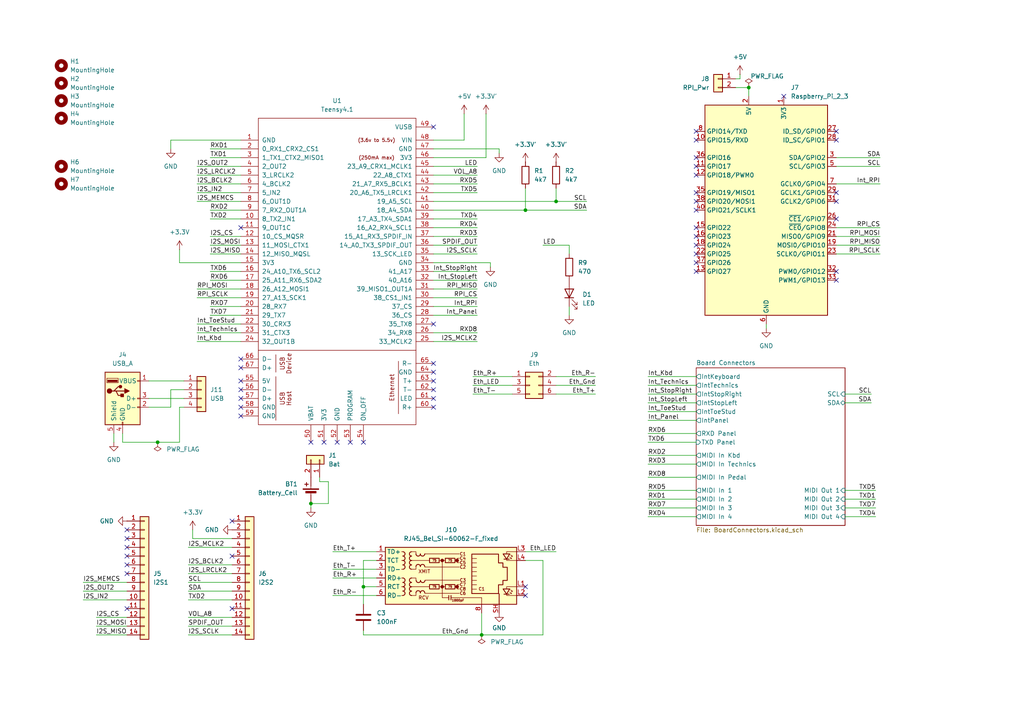
<source format=kicad_sch>
(kicad_sch (version 20231120) (generator "eeschema") (generator_version "8.0")
  (paper "A4")
  (lib_symbols
    (symbol "Connector:Raspberry_Pi_2_3"
      (property "Reference" "J" (at -17.78 31.75 0))
      (property "Value" "Raspberry_Pi_2_3" (at 10.16 -31.75 0))
      (symbol "Raspberry_Pi_2_3_1_1"
        (pin power_in line (at 5.08 33.02 270) (length 2.54) (name "3V3") (number "1"))
        (pin bidirectional line (at -20.32 20.32 0) (length 2.54) (name "GPIO15/RXD") (number "10"))
        (pin bidirectional line (at -20.32 12.7 0) (length 2.54) (name "GPIO17") (number "11"))
        (pin bidirectional line (at -20.32 10.16 0) (length 2.54) (name "GPIO18/PWM0") (number "12"))
        (pin bidirectional line (at -20.32 -17.78 0) (length 2.54) (name "GPIO27") (number "13"))
        (pin passive line (at 0 -33.02 90) (length 2.54) hide (name "GND") (number "14"))
        (pin bidirectional line (at -20.32 -5.08 0) (length 2.54) (name "GPIO22") (number "15"))
        (pin bidirectional line (at -20.32 -7.62 0) (length 2.54) (name "GPIO23") (number "16"))
        (pin passive line (at 5.08 33.02 270) (length 2.54) hide (name "3V3") (number "17"))
        (pin bidirectional line (at -20.32 -10.16 0) (length 2.54) (name "GPIO24") (number "18"))
        (pin bidirectional line (at 20.32 -10.16 180) (length 2.54) (name "MOSI0/GPIO10") (number "19"))
        (pin power_in line (at -5.08 33.02 270) (length 2.54) (name "5V") (number "2"))
        (pin passive line (at 0 -33.02 90) (length 2.54) hide (name "GND") (number "20"))
        (pin bidirectional line (at 20.32 -7.62 180) (length 2.54) (name "MISO0/GPIO9") (number "21"))
        (pin bidirectional line (at -20.32 -12.7 0) (length 2.54) (name "GPIO25") (number "22"))
        (pin bidirectional line (at 20.32 -12.7 180) (length 2.54) (name "SCLK0/GPIO11") (number "23"))
        (pin bidirectional line (at 20.32 -5.08 180) (length 2.54) (name "~{CE0}/GPIO8") (number "24"))
        (pin passive line (at 0 -33.02 90) (length 2.54) hide (name "GND") (number "25"))
        (pin bidirectional line (at 20.32 -2.54 180) (length 2.54) (name "~{CE1}/GPIO7") (number "26"))
        (pin bidirectional line (at 20.32 22.86 180) (length 2.54) (name "ID_SD/GPIO0") (number "27"))
        (pin bidirectional line (at 20.32 20.32 180) (length 2.54) (name "ID_SC/GPIO1") (number "28"))
        (pin bidirectional line (at 20.32 5.08 180) (length 2.54) (name "GCLK1/GPIO5") (number "29"))
        (pin bidirectional line (at 20.32 15.24 180) (length 2.54) (name "SDA/GPIO2") (number "3"))
        (pin passive line (at 0 -33.02 90) (length 2.54) hide (name "GND") (number "30"))
        (pin bidirectional line (at 20.32 2.54 180) (length 2.54) (name "GCLK2/GPIO6") (number "31"))
        (pin bidirectional line (at 20.32 -17.78 180) (length 2.54) (name "PWM0/GPIO12") (number "32"))
        (pin bidirectional line (at 20.32 -20.32 180) (length 2.54) (name "PWM1/GPIO13") (number "33"))
        (pin passive line (at 0 -33.02 90) (length 2.54) hide (name "GND") (number "34"))
        (pin bidirectional line (at -20.32 5.08 0) (length 2.54) (name "GPIO19/MISO1") (number "35"))
        (pin bidirectional line (at -20.32 15.24 0) (length 2.54) (name "GPIO16") (number "36"))
        (pin bidirectional line (at -20.32 -15.24 0) (length 2.54) (name "GPIO26") (number "37"))
        (pin bidirectional line (at -20.32 2.54 0) (length 2.54) (name "GPIO20/MOSI1") (number "38"))
        (pin passive line (at 0 -33.02 90) (length 2.54) hide (name "GND") (number "39"))
        (pin passive line (at -5.08 33.02 270) (length 2.54) hide (name "5V") (number "4"))
        (pin bidirectional line (at -20.32 0 0) (length 2.54) (name "GPIO21/SCLK1") (number "40"))
        (pin bidirectional line (at 20.32 12.7 180) (length 2.54) (name "SCL/GPIO3") (number "5"))
        (pin power_in line (at 0 -33.02 90) (length 2.54) (name "GND") (number "6"))
        (pin bidirectional line (at 20.32 7.62 180) (length 2.54) (name "GCLK0/GPIO4") (number "7"))
        (pin bidirectional line (at -20.32 22.86 0) (length 2.54) (name "GPIO14/TXD") (number "8"))
        (pin passive line (at 0 -33.02 90) (length 2.54) hide (name "GND") (number "9"))
      )
    )
    (symbol "Connector:USB_A" (pin_names (offset 1.016))
      (property "Reference" "J" (at -5.08 11.43 0))
      (property "Value" "USB_A" (at -5.08 8.89 0))
      (symbol "USB_A_1_1"
        (pin power_in line (at 7.62 5.08 180) (length 2.54) (name "VBUS") (number "1"))
        (pin bidirectional line (at 7.62 -2.54 180) (length 2.54) (name "D-") (number "2"))
        (pin bidirectional line (at 7.62 0 180) (length 2.54) (name "D+") (number "3"))
        (pin power_in line (at 0 -10.16 90) (length 2.54) (name "GND") (number "4"))
        (pin passive line (at -2.54 -10.16 90) (length 2.54) (name "Shield") (number "5"))
      )
    )
    (symbol "Connector_Generic:Conn_01x02" (pin_names (offset 1.016) hide)
      (property "Reference" "J" (at 0 2.54 0))
      (property "Value" "Conn_01x02" (at 0 -5.08 0))
      (symbol "Conn_01x02_1_1"
        (pin passive line (at -5.08 0 0) (length 3.81) (name "Pin_1") (number "1"))
        (pin passive line (at -5.08 -2.54 0) (length 3.81) (name "Pin_2") (number "2"))
      )
    )
    (symbol "Connector_Generic:Conn_01x04" (pin_names (offset 1.016) hide)
      (property "Reference" "J" (at 0 5.08 0))
      (property "Value" "Conn_01x04" (at 0 -7.62 0))
      (symbol "Conn_01x04_1_1"
        (pin passive line (at -5.08 2.54 0) (length 3.81) (name "Pin_1") (number "1"))
        (pin passive line (at -5.08 0 0) (length 3.81) (name "Pin_2") (number "2"))
        (pin passive line (at -5.08 -2.54 0) (length 3.81) (name "Pin_3") (number "3"))
        (pin passive line (at -5.08 -5.08 0) (length 3.81) (name "Pin_4") (number "4"))
      )
    )
    (symbol "Connector_Generic:Conn_01x14" (pin_names (offset 1.016) hide)
      (property "Reference" "J" (at 0 17.78 0))
      (property "Value" "Conn_01x14" (at 0 -20.32 0))
      (symbol "Conn_01x14_1_1"
        (pin passive line (at -5.08 15.24 0) (length 3.81) (name "Pin_1") (number "1"))
        (pin passive line (at -5.08 -7.62 0) (length 3.81) (name "Pin_10") (number "10"))
        (pin passive line (at -5.08 -10.16 0) (length 3.81) (name "Pin_11") (number "11"))
        (pin passive line (at -5.08 -12.7 0) (length 3.81) (name "Pin_12") (number "12"))
        (pin passive line (at -5.08 -15.24 0) (length 3.81) (name "Pin_13") (number "13"))
        (pin passive line (at -5.08 -17.78 0) (length 3.81) (name "Pin_14") (number "14"))
        (pin passive line (at -5.08 12.7 0) (length 3.81) (name "Pin_2") (number "2"))
        (pin passive line (at -5.08 10.16 0) (length 3.81) (name "Pin_3") (number "3"))
        (pin passive line (at -5.08 7.62 0) (length 3.81) (name "Pin_4") (number "4"))
        (pin passive line (at -5.08 5.08 0) (length 3.81) (name "Pin_5") (number "5"))
        (pin passive line (at -5.08 2.54 0) (length 3.81) (name "Pin_6") (number "6"))
        (pin passive line (at -5.08 0 0) (length 3.81) (name "Pin_7") (number "7"))
        (pin passive line (at -5.08 -2.54 0) (length 3.81) (name "Pin_8") (number "8"))
        (pin passive line (at -5.08 -5.08 0) (length 3.81) (name "Pin_9") (number "9"))
      )
    )
    (symbol "Connector_Generic:Conn_02x03_Odd_Even" (pin_names (offset 1.016) hide)
      (property "Reference" "J" (at 1.27 5.08 0))
      (property "Value" "Conn_02x03_Odd_Even" (at 1.27 -5.08 0))
      (symbol "Conn_02x03_Odd_Even_1_1"
        (pin passive line (at -5.08 2.54 0) (length 3.81) (name "Pin_1") (number "1"))
        (pin passive line (at 7.62 2.54 180) (length 3.81) (name "Pin_2") (number "2"))
        (pin passive line (at -5.08 0 0) (length 3.81) (name "Pin_3") (number "3"))
        (pin passive line (at 7.62 0 180) (length 3.81) (name "Pin_4") (number "4"))
        (pin passive line (at -5.08 -2.54 0) (length 3.81) (name "Pin_5") (number "5"))
        (pin passive line (at 7.62 -2.54 180) (length 3.81) (name "Pin_6") (number "6"))
      )
    )
    (symbol "Custom_Symbols:RJ45_Bel_SI-60062-F_fixed"
      (property "Reference" "J" (at 19.05 10.16 0))
      (property "Value" "RJ45_Bel_SI-60062-F_fixed" (at -19.05 10.16 0))
      (symbol "RJ45_Bel_SI-60062-F_fixed_0_0"
        (text "C1" (at 4.699 6.985 0) (effects (font (size 0.889 0.889))))
        (text "C1" (at 10.16 -3.175 0) (effects (font (size 0.889 0.889))))
        (text "C2" (at 4.699 3.175 0) (effects (font (size 0.889 0.889))))
        (text "C3" (at 4.699 -0.635 0) (effects (font (size 0.889 0.889))))
        (text "C4" (at 4.699 5.715 0) (effects (font (size 0.889 0.889))))
        (text "C5" (at 4.699 4.445 0) (effects (font (size 0.889 0.889))))
        (text "C6" (at 4.699 -4.445 0) (effects (font (size 0.889 0.889))))
        (text "C7" (at 4.699 -1.905 0) (effects (font (size 0.889 0.889))))
        (text "C8" (at 4.699 -3.175 0) (effects (font (size 0.889 0.889))))
        (text "RCV" (at -8.255 -5.715 0) (effects (font (size 1.016 1.016)) (justify left)))
        (text "XMIT" (at -8.255 1.905 0) (effects (font (size 1.016 1.016)) (justify left)))
      )
      (symbol "RJ45_Bel_SI-60062-F_fixed_1_0"
        (text "1000pF" (at 3.302 -6.477 0) (effects (font (size 0.635 0.635))))
      )
      (symbol "RJ45_Bel_SI-60062-F_fixed_1_1"
        (text "75" (at -3.556 -2.54 0) (effects (font (size 0.635 0.635))))
        (text "75" (at -3.556 5.08 0) (effects (font (size 0.635 0.635))))
        (text "75" (at 1.016 -2.54 0) (effects (font (size 0.635 0.635))))
        (text "75" (at 1.016 5.08 0) (effects (font (size 0.635 0.635))))
        (pin passive line (at -20.32 7.62 0) (length 2.54) (name "TD+") (number "1"))
        (pin passive line (at -20.32 5.08 0) (length 2.54) (name "TCT") (number "2"))
        (pin passive line (at -20.32 2.54 0) (length 2.54) (name "TD-") (number "3"))
        (pin passive line (at -20.32 0 0) (length 2.54) (name "RD+") (number "4"))
        (pin passive line (at -20.32 -2.54 0) (length 2.54) (name "RCT") (number "5"))
        (pin passive line (at -20.32 -5.08 0) (length 2.54) (name "RD-") (number "6"))
        (pin no_connect line (at 20.32 0 0) (length 0) hide (name "NC") (number "7"))
        (pin power_in line (at 10.16 -10.16 90) (length 2.54) (name "") (number "8"))
        (pin passive line (at 22.86 -2.54 180) (length 2.54) (name "") (number "L1"))
        (pin passive line (at 22.86 -5.08 180) (length 2.54) (name "") (number "L2"))
        (pin passive line (at 22.86 7.62 180) (length 2.54) (name "") (number "L3"))
        (pin passive line (at 22.86 5.08 180) (length 2.54) (name "") (number "L4"))
        (pin passive line (at 15.24 -10.16 90) (length 2.54) (name "") (number "SH"))
      )
    )
    (symbol "Device:Battery_Cell" (pin_numbers hide) (pin_names (offset 0) hide)
      (property "Reference" "BT" (at 2.54 2.54 0))
      (property "Value" "Battery_Cell" (at 2.54 0 0))
      (symbol "Battery_Cell_1_1"
        (pin passive line (at 0 5.08 270) (length 2.54) (name "+") (number "1"))
        (pin passive line (at 0 -2.54 90) (length 2.54) (name "-") (number "2"))
      )
    )
    (symbol "Device:C" (pin_numbers hide) (pin_names (offset 0.254))
      (property "Reference" "C" (at 0.635 2.54 0))
      (property "Value" "C" (at 0.635 -2.54 0))
      (symbol "C_1_1"
        (pin passive line (at 0 3.81 270) (length 2.794) (name "~") (number "1"))
        (pin passive line (at 0 -3.81 90) (length 2.794) (name "~") (number "2"))
      )
    )
    (symbol "Device:LED" (pin_numbers hide) (pin_names (offset 1.016) hide)
      (property "Reference" "D" (at 0 2.54 0))
      (property "Value" "LED" (at 0 -2.54 0))
      (symbol "LED_1_1"
        (pin passive line (at -3.81 0 0) (length 2.54) (name "K") (number "1"))
        (pin passive line (at 3.81 0 180) (length 2.54) (name "A") (number "2"))
      )
    )
    (symbol "Device:R" (pin_numbers hide) (pin_names (offset 0))
      (property "Reference" "R" (at 2.032 0 90))
      (property "Value" "R" (at 0 0 90))
      (symbol "R_1_1"
        (pin passive line (at 0 3.81 270) (length 1.27) (name "~") (number "1"))
        (pin passive line (at 0 -3.81 90) (length 1.27) (name "~") (number "2"))
      )
    )
    (symbol "Mechanical:MountingHole" (pin_names (offset 1.016))
      (property "Reference" "H" (at 0 5.08 0))
      (property "Value" "MountingHole" (at 0 3.175 0))
    )
    (symbol "MountingHole_1" (pin_names (offset 1.016)) (exclude_from_sim yes) (in_bom no)
      (property "Reference" "H" (at 0 5.08 0))
      (property "Value" "MountingHole" (at 0 3.175 0))
    )
    (symbol "power:+3.3V" (power) (pin_numbers hide) (pin_names (offset 0) hide)
      (property "Value" "+3.3V" (at 0 3.556 0))
      (symbol "+3.3V_1_1"
        (pin power_in line (at 0 0 90) (length 0) (name "~") (number "1"))
      )
    )
    (symbol "power:+5V" (power) (pin_numbers hide) (pin_names (offset 0) hide)
      (property "Value" "+5V" (at 0 3.556 0))
      (symbol "+5V_1_1"
        (pin power_in line (at 0 0 90) (length 0) (name "~") (number "1"))
      )
    )
    (symbol "power:GND" (power) (pin_numbers hide) (pin_names (offset 0) hide)
      (property "Value" "GND" (at 0 -3.81 0))
      (symbol "GND_1_1"
        (pin power_in line (at 0 0 270) (length 0) (name "~") (number "1"))
      )
    )
    (symbol "power:PWR_FLAG" (power) (pin_numbers hide) (pin_names (offset 0) hide)
      (property "Value" "PWR_FLAG" (at 0 3.81 0))
      (symbol "PWR_FLAG_0_0"
        (pin power_out line (at 0 0 90) (length 0) (name "~") (number "1"))
      )
    )
    (symbol "teensy:Teensy4.1" (pin_names (offset 1.016))
      (property "Reference" "U" (at 0 64.77 0))
      (property "Value" "Teensy4.1" (at 0 62.23 0))
      (symbol "Teensy4.1_0_0"
        (text "(250mA max)" (at 11.43 49.53 0) (effects (font (size 1.016 1.016))))
        (text "(3.6v to 5.5v)" (at 11.43 54.61 0) (effects (font (size 1.016 1.016))))
        (text "Device" (at -13.97 -10.16 900) (effects (font (size 1.27 1.27))))
        (text "Ethernet" (at 15.875 -17.145 900) (effects (font (size 1.27 1.27))))
        (text "Host" (at -13.97 -20.32 900) (effects (font (size 1.27 1.27))))
        (text "USB" (at -15.875 -20.32 900) (effects (font (size 1.27 1.27))))
        (text "USB" (at -15.875 -10.16 900) (effects (font (size 1.27 1.27))))
        (pin bidirectional line (at -27.94 31.75 0) (length 5.08) (name "8_TX2_IN1") (number "10"))
        (pin bidirectional line (at -27.94 29.21 0) (length 5.08) (name "9_OUT1C") (number "11"))
        (pin bidirectional line (at -27.94 26.67 0) (length 5.08) (name "10_CS_MQSR") (number "12"))
        (pin bidirectional line (at -27.94 24.13 0) (length 5.08) (name "11_MOSI_CTX1") (number "13"))
        (pin bidirectional line (at -27.94 21.59 0) (length 5.08) (name "12_MISO_MQSL") (number "14"))
        (pin power_out line (at -27.94 19.05 0) (length 5.08) (name "3V3") (number "15"))
        (pin bidirectional line (at -27.94 16.51 0) (length 5.08) (name "24_A10_TX6_SCL2") (number "16"))
        (pin bidirectional line (at -27.94 13.97 0) (length 5.08) (name "25_A11_RX6_SDA2") (number "17"))
        (pin bidirectional line (at -27.94 11.43 0) (length 5.08) (name "26_A12_MOSI1") (number "18"))
        (pin bidirectional line (at -27.94 8.89 0) (length 5.08) (name "27_A13_SCK1") (number "19"))
        (pin bidirectional line (at -27.94 6.35 0) (length 5.08) (name "28_RX7") (number "20"))
        (pin bidirectional line (at -27.94 3.81 0) (length 5.08) (name "29_TX7") (number "21"))
        (pin bidirectional line (at -27.94 1.27 0) (length 5.08) (name "30_CRX3") (number "22"))
        (pin bidirectional line (at -27.94 -1.27 0) (length 5.08) (name "31_CTX3") (number "23"))
        (pin bidirectional line (at -27.94 -3.81 0) (length 5.08) (name "32_OUT1B") (number "24"))
        (pin bidirectional line (at 27.94 -3.81 180) (length 5.08) (name "33_MCLK2") (number "25"))
        (pin bidirectional line (at 27.94 -1.27 180) (length 5.08) (name "34_RX8") (number "26"))
        (pin bidirectional line (at 27.94 1.27 180) (length 5.08) (name "35_TX8") (number "27"))
        (pin bidirectional line (at 27.94 3.81 180) (length 5.08) (name "36_CS") (number "28"))
        (pin bidirectional line (at 27.94 6.35 180) (length 5.08) (name "37_CS") (number "29"))
        (pin bidirectional line (at 27.94 8.89 180) (length 5.08) (name "38_CS1_IN1") (number "30"))
        (pin bidirectional line (at 27.94 11.43 180) (length 5.08) (name "39_MISO1_OUT1A") (number "31"))
        (pin bidirectional line (at 27.94 13.97 180) (length 5.08) (name "40_A16") (number "32"))
        (pin bidirectional line (at 27.94 16.51 180) (length 5.08) (name "41_A17") (number "33"))
        (pin bidirectional line (at 27.94 21.59 180) (length 5.08) (name "13_SCK_LED") (number "35"))
        (pin bidirectional line (at 27.94 24.13 180) (length 5.08) (name "14_A0_TX3_SPDIF_OUT") (number "36"))
        (pin bidirectional line (at 27.94 26.67 180) (length 5.08) (name "15_A1_RX3_SPDIF_IN") (number "37"))
        (pin bidirectional line (at 27.94 29.21 180) (length 5.08) (name "16_A2_RX4_SCL1") (number "38"))
        (pin bidirectional line (at 27.94 31.75 180) (length 5.08) (name "17_A3_TX4_SDA1") (number "39"))
        (pin bidirectional line (at 27.94 34.29 180) (length 5.08) (name "18_A4_SDA") (number "40"))
        (pin bidirectional line (at 27.94 36.83 180) (length 5.08) (name "19_A5_SCL") (number "41"))
        (pin bidirectional line (at 27.94 39.37 180) (length 5.08) (name "20_A6_TX5_LRCLK1") (number "42"))
        (pin bidirectional line (at 27.94 41.91 180) (length 5.08) (name "21_A7_RX5_BCLK1") (number "43"))
        (pin bidirectional line (at 27.94 44.45 180) (length 5.08) (name "22_A8_CTX1") (number "44"))
        (pin bidirectional line (at 27.94 46.99 180) (length 5.08) (name "23_A9_CRX1_MCLK1") (number "45"))
        (pin power_out line (at 27.94 49.53 180) (length 5.08) (name "3V3") (number "46"))
        (pin power_in line (at 27.94 52.07 180) (length 5.08) (name "GND") (number "47"))
        (pin power_in line (at 27.94 54.61 180) (length 5.08) (name "VIN") (number "48"))
        (pin power_out line (at 27.94 58.42 180) (length 5.08) (name "VUSB") (number "49"))
        (pin bidirectional line (at -27.94 44.45 0) (length 5.08) (name "3_LRCLK2") (number "5"))
        (pin power_in line (at -7.62 -33.02 90) (length 5.08) (name "VBAT") (number "50"))
        (pin power_out line (at -3.81 -33.02 90) (length 5.08) (name "3V3") (number "51"))
        (pin input line (at 0 -33.02 90) (length 5.08) (name "GND") (number "52"))
        (pin input line (at 3.81 -33.02 90) (length 5.08) (name "PROGRAM") (number "53"))
        (pin input line (at 7.62 -33.02 90) (length 5.08) (name "ON_OFF") (number "54"))
        (pin power_out line (at -27.94 -15.24 0) (length 5.08) (name "5V") (number "55"))
        (pin bidirectional line (at -27.94 -17.78 0) (length 5.08) (name "D-") (number "56"))
        (pin bidirectional line (at -27.94 -20.32 0) (length 5.08) (name "D+") (number "57"))
        (pin power_in line (at -27.94 -22.86 0) (length 5.08) (name "GND") (number "58"))
        (pin power_in line (at -27.94 -25.4 0) (length 5.08) (name "GND") (number "59"))
        (pin bidirectional line (at -27.94 41.91 0) (length 5.08) (name "4_BCLK2") (number "6"))
        (pin bidirectional line (at 27.94 -22.86 180) (length 5.08) (name "R+") (number "60"))
        (pin bidirectional line (at 27.94 -20.32 180) (length 5.08) (name "LED") (number "61"))
        (pin bidirectional line (at 27.94 -17.78 180) (length 5.08) (name "T-") (number "62"))
        (pin bidirectional line (at 27.94 -15.24 180) (length 5.08) (name "T+") (number "63"))
        (pin power_in line (at 27.94 -12.7 180) (length 5.08) (name "GND") (number "64"))
        (pin bidirectional line (at 27.94 -10.16 180) (length 5.08) (name "R-") (number "65"))
        (pin bidirectional line (at -27.94 -8.89 0) (length 5.08) (name "D-") (number "66"))
        (pin bidirectional line (at -27.94 -11.43 0) (length 5.08) (name "D+") (number "67"))
        (pin bidirectional line (at -27.94 39.37 0) (length 5.08) (name "5_IN2") (number "7"))
        (pin bidirectional line (at -27.94 36.83 0) (length 5.08) (name "6_OUT1D") (number "8"))
        (pin bidirectional line (at -27.94 34.29 0) (length 5.08) (name "7_RX2_OUT1A") (number "9"))
      )
      (symbol "Teensy4.1_1_1"
        (pin power_in line (at -27.94 54.61 0) (length 5.08) (name "GND") (number "1"))
        (pin bidirectional line (at -27.94 52.07 0) (length 5.08) (name "0_RX1_CRX2_CS1") (number "2"))
        (pin bidirectional line (at -27.94 49.53 0) (length 5.08) (name "1_TX1_CTX2_MISO1") (number "3"))
        (pin power_in line (at 27.94 19.05 180) (length 5.08) (name "GND") (number "34"))
        (pin bidirectional line (at -27.94 46.99 0) (length 5.08) (name "2_OUT2") (number "4"))
      )
    )
  )
  (junction (at 90.17 146.05))
  (junction (at 45.72 128.27))
  (junction (at 139.7 184.15))
  (junction (at 105.41 170.18))
  (junction (at 161.29 58.42))
  (junction (at 217.17 25.4))
  (junction (at 152.4 60.96))
  (no_connect (at 69.85 118.11))
  (no_connect (at 125.73 115.57))
  (no_connect (at 242.57 81.28))
  (no_connect (at 201.93 50.8))
  (no_connect (at 125.73 105.41))
  (no_connect (at 201.93 40.64))
  (no_connect (at 201.93 60.96))
  (no_connect (at 36.83 161.29))
  (no_connect (at 201.93 55.88))
  (no_connect (at 242.57 58.42))
  (no_connect (at 201.93 66.04))
  (no_connect (at 101.6 128.27))
  (no_connect (at 201.93 71.12))
  (no_connect (at 90.17 128.27))
  (no_connect (at 242.57 38.1))
  (no_connect (at 36.83 153.67))
  (no_connect (at 201.93 58.42))
  (no_connect (at 69.85 106.68))
  (no_connect (at 201.93 45.72))
  (no_connect (at 36.83 156.21))
  (no_connect (at 152.4 170.18))
  (no_connect (at 125.73 93.98))
  (no_connect (at 69.85 115.57))
  (no_connect (at 125.73 118.11))
  (no_connect (at 69.85 120.65))
  (no_connect (at 152.4 172.72))
  (no_connect (at 242.57 55.88))
  (no_connect (at 125.73 110.49))
  (no_connect (at 201.93 78.74))
  (no_connect (at 242.57 78.74))
  (no_connect (at 201.93 73.66))
  (no_connect (at 125.73 36.83))
  (no_connect (at 69.85 113.03))
  (no_connect (at 36.83 158.75))
  (no_connect (at 242.57 63.5))
  (no_connect (at 105.41 128.27))
  (no_connect (at 201.93 38.1))
  (no_connect (at 36.83 163.83))
  (no_connect (at 201.93 48.26))
  (no_connect (at 201.93 76.2))
  (no_connect (at 36.83 176.53))
  (no_connect (at 93.98 128.27))
  (no_connect (at 67.31 151.13))
  (no_connect (at 125.73 107.95))
  (no_connect (at 97.79 128.27))
  (no_connect (at 67.31 161.29))
  (no_connect (at 69.85 110.49))
  (no_connect (at 69.85 104.14))
  (no_connect (at 67.31 176.53))
  (no_connect (at 36.83 166.37))
  (no_connect (at 125.73 113.03))
  (no_connect (at 69.85 66.04))
  (no_connect (at 201.93 68.58))
  (no_connect (at 242.57 40.64))
  (no_connect (at 227.33 27.94))
  (wire (pts (xy 134.62 40.64) (xy 125.73 40.64)))
  (wire (pts (xy 105.41 175.26) (xy 105.41 170.18)))
  (wire (pts (xy 161.29 111.76) (xy 172.72 111.76)))
  (wire (pts (xy 245.11 149.86) (xy 254 149.86)))
  (wire (pts (xy 157.48 184.15) (xy 139.7 184.15)))
  (wire (pts (xy 33.02 125.73) (xy 33.02 128.27)))
  (wire (pts (xy 187.96 138.43) (xy 201.93 138.43)))
  (wire (pts (xy 187.96 147.32) (xy 201.93 147.32)))
  (wire (pts (xy 60.96 68.58) (xy 69.85 68.58)))
  (wire (pts (xy 157.48 71.12) (xy 165.1 71.12)))
  (wire (pts (xy 187.96 111.76) (xy 201.93 111.76)))
  (wire (pts (xy 137.16 111.76) (xy 148.59 111.76)))
  (wire (pts (xy 245.11 144.78) (xy 254 144.78)))
  (wire (pts (xy 125.73 66.04) (xy 138.43 66.04)))
  (wire (pts (xy 92.71 138.43) (xy 92.71 139.7)))
  (wire (pts (xy 242.57 53.34) (xy 255.27 53.34)))
  (wire (pts (xy 95.25 146.05) (xy 90.17 146.05)))
  (wire (pts (xy 187.96 114.3) (xy 201.93 114.3)))
  (wire (pts (xy 69.85 86.36) (xy 57.15 86.36)))
  (wire (pts (xy 67.31 173.99) (xy 54.61 173.99)))
  (wire (pts (xy 54.61 168.91) (xy 67.31 168.91)))
  (wire (pts (xy 60.96 78.74) (xy 69.85 78.74)))
  (wire (pts (xy 57.15 58.42) (xy 69.85 58.42)))
  (wire (pts (xy 24.13 173.99) (xy 36.83 173.99)))
  (wire (pts (xy 187.96 109.22) (xy 201.93 109.22)))
  (wire (pts (xy 187.96 142.24) (xy 201.93 142.24)))
  (wire (pts (xy 125.73 96.52) (xy 138.43 96.52)))
  (wire (pts (xy 242.57 71.12) (xy 255.27 71.12)))
  (wire (pts (xy 49.53 43.18) (xy 49.53 40.64)))
  (wire (pts (xy 60.96 43.18) (xy 69.85 43.18)))
  (wire (pts (xy 255.27 45.72) (xy 242.57 45.72)))
  (wire (pts (xy 125.73 60.96) (xy 152.4 60.96)))
  (wire (pts (xy 57.15 55.88) (xy 69.85 55.88)))
  (wire (pts (xy 54.61 171.45) (xy 67.31 171.45)))
  (wire (pts (xy 96.52 165.1) (xy 109.22 165.1)))
  (wire (pts (xy 187.96 125.73) (xy 201.93 125.73)))
  (wire (pts (xy 109.22 162.56) (xy 105.41 162.56)))
  (wire (pts (xy 125.73 50.8) (xy 138.43 50.8)))
  (wire (pts (xy 125.73 71.12) (xy 138.43 71.12)))
  (wire (pts (xy 60.96 91.44) (xy 69.85 91.44)))
  (wire (pts (xy 187.96 134.62) (xy 201.93 134.62)))
  (wire (pts (xy 152.4 54.61) (xy 152.4 60.96)))
  (wire (pts (xy 105.41 184.15) (xy 139.7 184.15)))
  (wire (pts (xy 54.61 163.83) (xy 67.31 163.83)))
  (wire (pts (xy 138.43 83.82) (xy 125.73 83.82)))
  (wire (pts (xy 55.88 153.67) (xy 55.88 156.21)))
  (wire (pts (xy 57.15 53.34) (xy 69.85 53.34)))
  (wire (pts (xy 142.24 77.47) (xy 142.24 76.2)))
  (wire (pts (xy 187.96 119.38) (xy 201.93 119.38)))
  (wire (pts (xy 57.15 48.26) (xy 69.85 48.26)))
  (wire (pts (xy 125.73 73.66) (xy 138.43 73.66)))
  (wire (pts (xy 138.43 86.36) (xy 125.73 86.36)))
  (wire (pts (xy 161.29 109.22) (xy 172.72 109.22)))
  (wire (pts (xy 140.97 45.72) (xy 125.73 45.72)))
  (wire (pts (xy 92.71 139.7) (xy 95.25 139.7)))
  (wire (pts (xy 245.11 116.84) (xy 252.73 116.84)))
  (wire (pts (xy 60.96 45.72) (xy 69.85 45.72)))
  (wire (pts (xy 60.96 60.96) (xy 69.85 60.96)))
  (wire (pts (xy 187.96 121.92) (xy 201.93 121.92)))
  (wire (pts (xy 27.94 181.61) (xy 36.83 181.61)))
  (wire (pts (xy 187.96 128.27) (xy 201.93 128.27)))
  (wire (pts (xy 95.25 139.7) (xy 95.25 146.05)))
  (wire (pts (xy 165.1 73.66) (xy 165.1 71.12)))
  (wire (pts (xy 140.97 33.02) (xy 140.97 45.72)))
  (wire (pts (xy 170.18 58.42) (xy 161.29 58.42)))
  (wire (pts (xy 187.96 144.78) (xy 201.93 144.78)))
  (wire (pts (xy 57.15 83.82) (xy 69.85 83.82)))
  (wire (pts (xy 214.63 21.59) (xy 214.63 22.86)))
  (wire (pts (xy 43.18 110.49) (xy 53.34 110.49)))
  (wire (pts (xy 49.53 113.03) (xy 53.34 113.03)))
  (wire (pts (xy 245.11 142.24) (xy 254 142.24)))
  (wire (pts (xy 187.96 149.86) (xy 201.93 149.86)))
  (wire (pts (xy 60.96 81.28) (xy 69.85 81.28)))
  (wire (pts (xy 125.73 68.58) (xy 138.43 68.58)))
  (wire (pts (xy 105.41 182.88) (xy 105.41 184.15)))
  (wire (pts (xy 217.17 27.94) (xy 217.17 25.4)))
  (wire (pts (xy 144.78 44.45) (xy 144.78 43.18)))
  (wire (pts (xy 67.31 184.15) (xy 54.61 184.15)))
  (wire (pts (xy 165.1 88.9) (xy 165.1 91.44)))
  (wire (pts (xy 125.73 53.34) (xy 138.43 53.34)))
  (wire (pts (xy 213.36 25.4) (xy 217.17 25.4)))
  (wire (pts (xy 67.31 179.07) (xy 54.61 179.07)))
  (wire (pts (xy 125.73 81.28) (xy 138.43 81.28)))
  (wire (pts (xy 125.73 78.74) (xy 138.43 78.74)))
  (wire (pts (xy 35.56 128.27) (xy 35.56 125.73)))
  (wire (pts (xy 54.61 158.75) (xy 67.31 158.75)))
  (wire (pts (xy 69.85 93.98) (xy 57.15 93.98)))
  (wire (pts (xy 60.96 88.9) (xy 69.85 88.9)))
  (wire (pts (xy 125.73 91.44) (xy 138.43 91.44)))
  (wire (pts (xy 60.96 71.12) (xy 69.85 71.12)))
  (wire (pts (xy 90.17 147.32) (xy 90.17 146.05)))
  (wire (pts (xy 52.07 72.39) (xy 52.07 76.2)))
  (wire (pts (xy 54.61 181.61) (xy 67.31 181.61)))
  (wire (pts (xy 53.34 118.11) (xy 52.07 118.11)))
  (wire (pts (xy 45.72 128.27) (xy 52.07 128.27)))
  (wire (pts (xy 96.52 167.64) (xy 109.22 167.64)))
  (wire (pts (xy 152.4 160.02) (xy 161.29 160.02)))
  (wire (pts (xy 52.07 76.2) (xy 69.85 76.2)))
  (wire (pts (xy 43.18 115.57) (xy 53.34 115.57)))
  (wire (pts (xy 69.85 96.52) (xy 57.15 96.52)))
  (wire (pts (xy 27.94 179.07) (xy 36.83 179.07)))
  (wire (pts (xy 125.73 99.06) (xy 138.43 99.06)))
  (wire (pts (xy 55.88 156.21) (xy 67.31 156.21)))
  (wire (pts (xy 105.41 170.18) (xy 109.22 170.18)))
  (wire (pts (xy 52.07 118.11) (xy 52.07 128.27)))
  (wire (pts (xy 152.4 60.96) (xy 170.18 60.96)))
  (wire (pts (xy 24.13 168.91) (xy 36.83 168.91)))
  (wire (pts (xy 60.96 73.66) (xy 69.85 73.66)))
  (wire (pts (xy 161.29 114.3) (xy 172.72 114.3)))
  (wire (pts (xy 242.57 73.66) (xy 255.27 73.66)))
  (wire (pts (xy 49.53 118.11) (xy 49.53 113.03)))
  (wire (pts (xy 242.57 66.04) (xy 255.27 66.04)))
  (wire (pts (xy 125.73 48.26) (xy 138.43 48.26)))
  (wire (pts (xy 125.73 58.42) (xy 161.29 58.42)))
  (wire (pts (xy 222.25 95.25) (xy 222.25 93.98)))
  (wire (pts (xy 43.18 118.11) (xy 49.53 118.11)))
  (wire (pts (xy 137.16 109.22) (xy 148.59 109.22)))
  (wire (pts (xy 187.96 132.08) (xy 201.93 132.08)))
  (wire (pts (xy 187.96 116.84) (xy 201.93 116.84)))
  (wire (pts (xy 105.41 162.56) (xy 105.41 170.18)))
  (wire (pts (xy 125.73 88.9) (xy 138.43 88.9)))
  (wire (pts (xy 242.57 68.58) (xy 255.27 68.58)))
  (wire (pts (xy 35.56 128.27) (xy 45.72 128.27)))
  (wire (pts (xy 96.52 172.72) (xy 109.22 172.72)))
  (wire (pts (xy 134.62 33.02) (xy 134.62 40.64)))
  (wire (pts (xy 27.94 184.15) (xy 36.83 184.15)))
  (wire (pts (xy 157.48 162.56) (xy 157.48 184.15)))
  (wire (pts (xy 245.11 147.32) (xy 254 147.32)))
  (wire (pts (xy 255.27 48.26) (xy 242.57 48.26)))
  (wire (pts (xy 152.4 162.56) (xy 157.48 162.56)))
  (wire (pts (xy 57.15 50.8) (xy 69.85 50.8)))
  (wire (pts (xy 125.73 63.5) (xy 138.43 63.5)))
  (wire (pts (xy 125.73 55.88) (xy 138.43 55.88)))
  (wire (pts (xy 24.13 171.45) (xy 36.83 171.45)))
  (wire (pts (xy 139.7 177.8) (xy 139.7 184.15)))
  (wire (pts (xy 49.53 40.64) (xy 69.85 40.64)))
  (wire (pts (xy 161.29 58.42) (xy 161.29 54.61)))
  (wire (pts (xy 142.24 76.2) (xy 125.73 76.2)))
  (wire (pts (xy 54.61 166.37) (xy 67.31 166.37)))
  (wire (pts (xy 137.16 114.3) (xy 148.59 114.3)))
  (wire (pts (xy 60.96 63.5) (xy 69.85 63.5)))
  (wire (pts (xy 57.15 99.06) (xy 69.85 99.06)))
  (wire (pts (xy 245.11 114.3) (xy 252.73 114.3)))
  (wire (pts (xy 96.52 160.02) (xy 109.22 160.02)))
  (wire (pts (xy 214.63 22.86) (xy 213.36 22.86)))
  (wire (pts (xy 125.73 43.18) (xy 144.78 43.18)))
  (label "I2S_CS" (at 60.96 68.58 0))
  (label "I2S_SCLK" (at 54.61 184.15 0))
  (label "RXD8" (at 187.96 138.43 0))
  (label "TXD4" (at 138.43 63.5 180))
  (label "VOL_A8" (at 138.43 50.8 180))
  (label "I2S_MEMCS" (at 57.15 58.42 0))
  (label "TXD7" (at 60.96 91.44 0))
  (label "I2S_IN2" (at 24.13 173.99 0))
  (label "LED" (at 138.43 48.26 180))
  (label "RPI_MOSI" (at 57.15 83.82 0))
  (label "Int_ToeStud" (at 57.15 93.98 0))
  (label "TXD5" (at 138.43 55.88 180))
  (label "Int_Panel" (at 187.96 121.92 0))
  (label "Eth_T-" (at 96.52 165.1 0))
  (label "I2S_BCLK2" (at 57.15 53.34 0))
  (label "RXD7" (at 187.96 147.32 0))
  (label "I2S_MISO" (at 60.96 73.66 0))
  (label "SCL" (at 255.27 48.26 180))
  (label "RPI_SCLK" (at 255.27 73.66 180))
  (label "RXD2" (at 187.96 132.08 0))
  (label "SPDIF_OUT" (at 138.43 71.12 180))
  (label "RXD1" (at 187.96 144.78 0))
  (label "SDA" (at 255.27 45.72 180))
  (label "I2S_MCLK2" (at 138.43 99.06 180))
  (label "RPI_MISO" (at 255.27 71.12 180))
  (label "RXD5" (at 187.96 142.24 0))
  (label "Eth_R+" (at 137.16 109.22 0))
  (label "TXD6" (at 187.96 128.27 0))
  (label "VOL_A8" (at 54.61 179.07 0))
  (label "TXD7" (at 254 147.32 180))
  (label "I2S_CS" (at 27.94 179.07 0))
  (label "Eth_T+" (at 96.52 160.02 0))
  (label "RPI_SCLK" (at 57.15 86.36 0))
  (label "I2S_OUT2" (at 57.15 48.26 0))
  (label "I2S_LRCLK2" (at 57.15 50.8 0))
  (label "I2S_SCLK" (at 138.43 73.66 180))
  (label "Int_Technics" (at 187.96 111.76 0))
  (label "Eth_Gnd" (at 172.72 111.76 180))
  (label "Eth_LED" (at 161.29 160.02 180))
  (label "RXD3" (at 138.43 68.58 180))
  (label "Int_Kbd" (at 187.96 109.22 0))
  (label "RXD4" (at 138.43 66.04 180))
  (label "RPI_MOSI" (at 255.27 68.58 180))
  (label "SDA" (at 170.18 60.96 180))
  (label "RPI_CS" (at 138.43 86.36 180))
  (label "I2S_MISO" (at 27.94 184.15 0))
  (label "TXD1" (at 60.96 45.72 0))
  (label "Int_Technics" (at 57.15 96.52 0))
  (label "RXD2" (at 60.96 60.96 0))
  (label "I2S_IN2" (at 57.15 55.88 0))
  (label "Eth_T-" (at 137.16 114.3 0))
  (label "Int_RPI" (at 138.43 88.9 180))
  (label "RXD7" (at 60.96 88.9 0))
  (label "Int_StopLeft" (at 138.43 81.28 180))
  (label "SDA" (at 252.73 116.84 180))
  (label "Eth_T+" (at 172.72 114.3 180))
  (label "TXD1" (at 254 144.78 180))
  (label "RXD4" (at 187.96 149.86 0))
  (label "RXD8" (at 138.43 96.52 180))
  (label "I2S_BCLK2" (at 54.61 163.83 0))
  (label "TXD5" (at 254 142.24 180))
  (label "RXD3" (at 187.96 134.62 0))
  (label "Eth_R-" (at 96.52 172.72 0))
  (label "TXD4" (at 254 149.86 180))
  (label "Int_StopRight" (at 187.96 114.3 0))
  (label "Eth_Gnd" (at 135.89 184.15 180))
  (label "LED" (at 157.48 71.12 0))
  (label "RXD5" (at 138.43 53.34 180))
  (label "I2S_MOSI" (at 60.96 71.12 0))
  (label "Int_StopLeft" (at 187.96 116.84 0))
  (label "RPI_MISO" (at 138.43 83.82 180))
  (label "RXD1" (at 60.96 43.18 0))
  (label "TXD2" (at 54.61 173.99 0))
  (label "Int_RPI" (at 255.27 53.34 180))
  (label "SCL" (at 54.61 168.91 0))
  (label "SPDIF_OUT" (at 54.61 181.61 0))
  (label "I2S_MOSI" (at 27.94 181.61 0))
  (label "Eth_LED" (at 137.16 111.76 0))
  (label "I2S_OUT2" (at 24.13 171.45 0))
  (label "RPI_CS" (at 255.27 66.04 180))
  (label "I2S_MEMCS" (at 24.13 168.91 0))
  (label "SCL" (at 170.18 58.42 180))
  (label "SCL" (at 252.73 114.3 180))
  (label "Int_ToeStud" (at 187.96 119.38 0))
  (label "I2S_LRCLK2" (at 54.61 166.37 0))
  (label "Eth_R+" (at 96.52 167.64 0))
  (label "SDA" (at 54.61 171.45 0))
  (label "Int_Kbd" (at 57.15 99.06 0))
  (label "Int_Panel" (at 138.43 91.44 180))
  (label "RXD6" (at 60.96 81.28 0))
  (label "TXD2" (at 60.96 63.5 0))
  (label "Eth_R-" (at 172.72 109.22 180))
  (label "TXD6" (at 60.96 78.74 0))
  (label "I2S_MCLK2" (at 54.61 158.75 0))
  (label "Int_StopRight" (at 138.43 78.74 180))
  (label "RXD6" (at 187.96 125.73 0))
  (symbol (lib_id "Device:LED") (at 165.1 85.09 90) (unit 1)
    (property "Reference" "D1" (at 168.91 85.4074 90) (effects (justify right)))
    (property "Value" "LED" (at 168.91 87.9474 90) (effects (justify right)))
    (property "Footprint" "LED_THT:LED_D3.0mm" (effects (hide yes)))
    (property "Description" "Light emitting diode" (effects (hide yes)))
  )
  (symbol (lib_id "Connector:USB_A") (at 35.56 115.57 0) (unit 1)
    (property "Reference" "J4" (at 35.56 102.87 0))
    (property "Value" "USB_A" (at 35.56 105.41 0))
    (property "Footprint" "Connector_USB:USB_A_Molex_67643_Horizontal" (effects (hide yes)))
    (property "Datasheet" " ~" (effects (hide yes)))
    (property "Description" "USB Type A connector" (effects (hide yes)))
  )
  (symbol (lib_id "Connector_Generic:Conn_01x14") (at 72.39 166.37 0) (unit 1)
    (property "Reference" "J6" (at 74.93 166.3699 0) (effects (justify left)))
    (property "Value" "I2S2" (at 74.93 168.9099 0) (effects (justify left)))
    (property "Footprint" "Connector_PinHeader_2.54mm:PinHeader_1x14_P2.54mm_Vertical" (effects (hide yes)))
    (property "Description" "Generic connector, single row, 01x14, script generated (kicad-library-utils/schlib/autogen/connector/)" (effects (hide yes)))
  )
  (symbol (lib_id "Connector_Generic:Conn_01x14") (at 41.91 166.37 0) (unit 1)
    (property "Reference" "J5" (at 44.45 166.3699 0) (effects (justify left)))
    (property "Value" "I2S1" (at 44.45 168.9099 0) (effects (justify left)))
    (property "Footprint" "Connector_PinHeader_2.54mm:PinHeader_1x14_P2.54mm_Vertical" (effects (hide yes)))
    (property "Description" "Generic connector, single row, 01x14, script generated (kicad-library-utils/schlib/autogen/connector/)" (effects (hide yes)))
  )
  (symbol (lib_id "Connector_Generic:Conn_01x02") (at 208.28 22.86 0) (mirror y) (unit 1)
    (property "Reference" "J8" (at 205.74 22.8599 0) (effects (justify left)))
    (property "Value" "RPI_Pwr" (at 205.74 25.3999 0) (effects (justify left)))
    (property "Footprint" "Connector_PinHeader_2.54mm:PinHeader_1x02_P2.54mm_Vertical" (effects (hide yes)))
    (property "Description" "Generic connector, single row, 01x02, script generated (kicad-library-utils/schlib/autogen/connector/)" (effects (hide yes)))
  )
  (symbol (lib_id "power:GND") (at 49.53 43.18 0) (unit 1)
    (property "Reference" "#PWR0102" (effects (hide yes)))
    (property "Value" "GND" (at 49.53 48.26 0))
    (property "Description" "Power symbol creates a global label with name \"GND\" , ground" (effects (hide yes)))
  )
  (symbol (lib_id "power:+5V") (at 134.62 33.02 0) (unit 1)
    (property "Reference" "#PWR0104" (effects (hide yes)))
    (property "Value" "+5V" (at 134.62 27.94 0))
    (property "Description" "Power symbol creates a global label with name \"+5V\"" (effects (hide yes)))
  )
  (symbol (lib_id "power:PWR_FLAG") (at 45.72 128.27 180) (unit 1)
    (property "Reference" "#FLG05" (effects (hide yes)))
    (property "Value" "PWR_FLAG" (at 48.26 130.302 0) (effects (justify right)))
    (property "Description" "Special symbol for telling ERC where power comes from" (effects (hide yes)))
  )
  (symbol (lib_id "power:+3.3V") (at 52.07 72.39 0) (unit 1)
    (property "Reference" "#PWR0105" (effects (hide yes)))
    (property "Value" "+3.3V" (at 52.07 67.31 0))
    (property "Description" "Power symbol creates a global label with name \"+3.3V\"" (effects (hide yes)))
  )
  (symbol (lib_id "power:+3.3V") (at 161.29 46.99 0) (unit 1)
    (property "Reference" "#PWR023" (effects (hide yes)))
    (property "Value" "+3.3V'" (at 161.29 41.91 0))
    (property "Description" "Power symbol creates a global label with name \"+3.3V\"" (effects (hide yes)))
  )
  (symbol (lib_id "Connector_Generic:Conn_01x02") (at 92.71 133.35 270) (mirror x) (unit 1)
    (property "Reference" "J1" (at 95.25 132.0799 90) (effects (justify left)))
    (property "Value" "Bat" (at 95.25 134.6199 90) (effects (justify left)))
    (property "Footprint" "Connector_PinHeader_2.54mm:PinHeader_1x02_P2.54mm_Vertical" (effects (hide yes)))
    (property "Description" "Generic connector, single row, 01x02, script generated (kicad-library-utils/schlib/autogen/connector/)" (effects (hide yes)))
  )
  (symbol (lib_id "power:GND") (at 33.02 128.27 0) (unit 1)
    (property "Reference" "#PWR030" (effects (hide yes)))
    (property "Value" "GND" (at 33.02 133.35 0))
    (property "Description" "Power symbol creates a global label with name \"GND\" , ground" (effects (hide yes)))
  )
  (symbol (lib_id "Mechanical:MountingHole") (at 17.78 34.29 0) (unit 1)
    (property "Reference" "H4" (at 20.32 33.0199 0) (effects (justify left)))
    (property "Value" "MountingHole" (at 20.32 35.5599 0) (effects (justify left)))
    (property "Footprint" "MountingHole:MountingHole_3.2mm_M3" (effects (hide yes)))
    (property "Description" "Mounting Hole without connection" (effects (hide yes)))
  )
  (symbol (lib_id "power:+5V") (at 214.63 21.59 0) (mirror y) (unit 1)
    (property "Reference" "#PWR020" (effects (hide yes)))
    (property "Value" "+5V" (at 214.63 16.51 0))
    (property "Description" "Power symbol creates a global label with name \"+5V\"" (effects (hide yes)))
  )
  (symbol (lib_id "Mechanical:MountingHole") (at 17.78 19.05 0) (unit 1)
    (property "Reference" "H1" (at 20.32 17.7799 0) (effects (justify left)))
    (property "Value" "MountingHole" (at 20.32 20.3199 0) (effects (justify left)))
    (property "Footprint" "MountingHole:MountingHole_3.2mm_M3" (effects (hide yes)))
    (property "Description" "Mounting Hole without connection" (effects (hide yes)))
  )
  (symbol (lib_id "Device:R") (at 152.4 50.8 180) (unit 1)
    (property "Reference" "R1" (at 154.94 49.5299 0) (effects (justify right)))
    (property "Value" "4k7" (at 154.94 52.0699 0) (effects (justify right)))
    (property "Footprint" "Resistor_THT:R_Axial_DIN0207_L6.3mm_D2.5mm_P10.16mm_Horizontal" (effects (hide yes)))
    (property "Description" "Resistor" (effects (hide yes)))
  )
  (symbol (lib_id "Connector_Generic:Conn_02x03_Odd_Even") (at 153.67 111.76 0) (unit 1)
    (property "Reference" "J9" (at 154.94 102.87 0))
    (property "Value" "Eth" (at 154.94 105.41 0))
    (property "Footprint" "Connector_PinHeader_2.00mm:PinHeader_2x03_P2.00mm_Vertical" (effects (hide yes)))
    (property "Description" "Generic connector, double row, 02x03, odd/even pin numbering scheme (row 1 odd numbers, row 2 even numbers), script generated (kicad-library-utils/schlib/autogen/connector/)" (effects (hide yes)))
  )
  (symbol (lib_id "power:PWR_FLAG") (at 139.7 184.15 180) (unit 1)
    (property "Reference" "#FLG04" (effects (hide yes)))
    (property "Value" "PWR_FLAG" (at 142.24 186.182 0) (effects (justify right)))
    (property "Description" "Special symbol for telling ERC where power comes from" (effects (hide yes)))
  )
  (symbol (lib_id "power:PWR_FLAG") (at 217.17 25.4 0) (unit 1)
    (property "Reference" "#FLG02" (effects (hide yes)))
    (property "Value" "PWR_FLAG" (at 222.504 22.098 0))
    (property "Description" "Special symbol for telling ERC where power comes from" (effects (hide yes)))
  )
  (symbol (lib_id "power:GND") (at 144.78 177.8 0) (unit 1)
    (property "Reference" "#PWR031" (effects (hide yes)))
    (property "Value" "GND" (at 144.78 182.118 0))
    (property "Description" "Power symbol creates a global label with name \"GND\" , ground" (effects (hide yes)))
  )
  (symbol (lib_id "power:GND") (at 36.83 151.13 270) (unit 1)
    (property "Reference" "#PWR016" (effects (hide yes)))
    (property "Value" "GND" (at 33.02 151.1299 90) (effects (justify right)))
    (property "Description" "Power symbol creates a global label with name \"GND\" , ground" (effects (hide yes)))
  )
  (symbol (lib_id "power:GND") (at 165.1 91.44 0) (unit 1)
    (property "Reference" "#PWR032" (effects (hide yes)))
    (property "Value" "GND" (at 165.1 96.52 0))
    (property "Description" "Power symbol creates a global label with name \"GND\" , ground" (effects (hide yes)))
  )
  (symbol (lib_id "Connector_Generic:Conn_01x04") (at 58.42 113.03 0) (unit 1)
    (property "Reference" "J11" (at 60.96 113.0299 0) (effects (justify left)))
    (property "Value" "USB" (at 60.96 115.5699 0) (effects (justify left)))
    (property "Footprint" "Connector_PinHeader_2.54mm:PinHeader_1x04_P2.54mm_Vertical" (effects (hide yes)))
    (property "Description" "Generic connector, single row, 01x04, script generated (kicad-library-utils/schlib/autogen/connector/)" (effects (hide yes)))
  )
  (symbol (lib_id "power:+3.3V") (at 152.4 46.99 0) (unit 1)
    (property "Reference" "#PWR022" (effects (hide yes)))
    (property "Value" "+3.3V'" (at 152.4 41.91 0))
    (property "Description" "Power symbol creates a global label with name \"+3.3V\"" (effects (hide yes)))
  )
  (symbol (lib_id "power:GND") (at 67.31 153.67 270) (unit 1)
    (property "Reference" "#PWR019" (effects (hide yes)))
    (property "Value" "GND" (at 63.5 153.6699 90) (effects (justify right)))
    (property "Description" "Power symbol creates a global label with name \"GND\" , ground" (effects (hide yes)))
  )
  (symbol (lib_id "Device:R") (at 161.29 50.8 180) (unit 1)
    (property "Reference" "R2" (at 163.83 49.5299 0) (effects (justify right)))
    (property "Value" "4k7" (at 163.83 52.0699 0) (effects (justify right)))
    (property "Footprint" "Resistor_THT:R_Axial_DIN0207_L6.3mm_D2.5mm_P10.16mm_Horizontal" (effects (hide yes)))
    (property "Description" "Resistor" (effects (hide yes)))
  )
  (symbol (lib_id "Custom_Symbols:RJ45_Bel_SI-60062-F_fixed") (at 129.54 167.64 0) (unit 1)
    (property "Reference" "J10" (at 130.81 153.67 0))
    (property "Value" "RJ45_Bel_SI-60062-F_fixed" (at 130.81 156.21 0))
    (property "Footprint" "Connector_RJ:RJ45_Bel_SI-60062-F" (effects (hide yes)))
    (property "Datasheet" "https://belfuse.com/resources/drawings/magneticsolutions/dr-mag-si-60062-f.pdf" (effects (hide yes)))
    (property "Description" "1 Port RJ45 Magjack Connector Through Hole 10/100 Base-T, AutoMDIX" (effects (hide yes)))
  )
  (symbol (lib_id "power:+3.3V") (at 55.88 153.67 0) (unit 1)
    (property "Reference" "#PWR018" (effects (hide yes)))
    (property "Value" "+3.3V" (at 55.88 148.59 0))
    (property "Description" "Power symbol creates a global label with name \"+3.3V\"" (effects (hide yes)))
  )
  (symbol (lib_name "MountingHole_1") (lib_id "Mechanical:MountingHole") (at 17.78 53.34 0) (unit 1) (exclude_from_sim yes) (in_bom no)
    (property "Reference" "H7" (at 20.32 52.0699 0) (effects (justify left)))
    (property "Value" "MountingHole" (at 20.32 54.6099 0) (effects (justify left)))
    (property "Footprint" "MountingHole:MountingHole_2.7mm_M2.5" (effects (hide yes)))
    (property "Description" "Mounting Hole without connection" (effects (hide yes)))
  )
  (symbol (lib_id "power:GND") (at 144.78 44.45 0) (unit 1)
    (property "Reference" "#PWR0106" (effects (hide yes)))
    (property "Value" "GND" (at 144.78 49.53 0))
    (property "Description" "Power symbol creates a global label with name \"GND\" , ground" (effects (hide yes)))
  )
  (symbol (lib_name "MountingHole_1") (lib_id "Mechanical:MountingHole") (at 17.78 48.26 0) (unit 1) (exclude_from_sim yes) (in_bom no)
    (property "Reference" "H6" (at 20.32 46.9899 0) (effects (justify left)))
    (property "Value" "MountingHole" (at 20.32 49.5299 0) (effects (justify left)))
    (property "Footprint" "MountingHole:MountingHole_2.7mm_M2.5" (effects (hide yes)))
    (property "Description" "Mounting Hole without connection" (effects (hide yes)))
  )
  (symbol (lib_id "power:GND") (at 90.17 147.32 0) (unit 1)
    (property "Reference" "#PWR015" (effects (hide yes)))
    (property "Value" "GND" (at 90.17 152.4 0))
    (property "Description" "Power symbol creates a global label with name \"GND\" , ground" (effects (hide yes)))
  )
  (symbol (lib_id "power:GND") (at 222.25 95.25 0) (unit 1)
    (property "Reference" "#PWR021" (effects (hide yes)))
    (property "Value" "GND" (at 222.25 100.33 0))
    (property "Description" "Power symbol creates a global label with name \"GND\" , ground" (effects (hide yes)))
  )
  (symbol (lib_id "Connector:Raspberry_Pi_2_3") (at 222.25 60.96 0) (unit 1)
    (property "Reference" "J7" (at 229.3494 25.4 0) (effects (justify left)))
    (property "Value" "Raspberry_Pi_2_3" (at 229.3494 27.94 0) (effects (justify left)))
    (property "Footprint" "Connector_PinHeader_2.54mm:PinHeader_2x20_P2.54mm_Vertical" (effects (hide yes)))
    (property "Datasheet" "https://www.raspberrypi.org/documentation/hardware/raspberrypi/schematics/rpi_SCH_3bplus_1p0_reduced.pdf" (effects (hide yes)))
    (property "Description" "expansion header for Raspberry Pi 2 & 3" (effects (hide yes)))
  )
  (symbol (lib_id "power:GND") (at 142.24 77.47 0) (unit 1)
    (property "Reference" "#PWR0107" (effects (hide yes)))
    (property "Value" "GND" (at 142.24 82.55 0))
    (property "Description" "Power symbol creates a global label with name \"GND\" , ground" (effects (hide yes)))
  )
  (symbol (lib_id "power:+3.3V") (at 140.97 33.02 0) (unit 1)
    (property "Reference" "#PWR017" (effects (hide yes)))
    (property "Value" "+3.3V'" (at 140.97 27.94 0))
    (property "Description" "Power symbol creates a global label with name \"+3.3V\"" (effects (hide yes)))
  )
  (symbol (lib_id "Mechanical:MountingHole") (at 17.78 24.13 0) (unit 1)
    (property "Reference" "H2" (at 20.32 22.8599 0) (effects (justify left)))
    (property "Value" "MountingHole" (at 20.32 25.3999 0) (effects (justify left)))
    (property "Footprint" "MountingHole:MountingHole_3.2mm_M3" (effects (hide yes)))
    (property "Description" "Mounting Hole without connection" (effects (hide yes)))
  )
  (symbol (lib_id "teensy:Teensy4.1") (at 97.79 95.25 0) (unit 1)
    (property "Reference" "U1" (at 97.79 29.21 0))
    (property "Value" "Teensy4.1" (at 97.79 31.75 0))
    (property "Footprint" "teensy:Teensy41" (effects (hide yes)))
  )
  (symbol (lib_id "Device:C") (at 105.41 179.07 0) (unit 1)
    (property "Reference" "C3" (at 109.22 177.7999 0) (effects (justify left)))
    (property "Value" "100nF" (at 109.22 180.3399 0) (effects (justify left)))
    (property "Footprint" "Capacitor_THT:C_Disc_D4.3mm_W1.9mm_P5.00mm" (effects (hide yes)))
    (property "Description" "Unpolarized capacitor" (effects (hide yes)))
  )
  (symbol (lib_id "Mechanical:MountingHole") (at 17.78 29.21 0) (unit 1)
    (property "Reference" "H3" (at 20.32 27.9399 0) (effects (justify left)))
    (property "Value" "MountingHole" (at 20.32 30.4799 0) (effects (justify left)))
    (property "Footprint" "MountingHole:MountingHole_3.2mm_M3" (effects (hide yes)))
    (property "Description" "Mounting Hole without connection" (effects (hide yes)))
  )
  (symbol (lib_id "Device:Battery_Cell") (at 90.17 143.51 0) (mirror y) (unit 1)
    (property "Reference" "BT1" (at 86.36 140.3984 0) (effects (justify left)))
    (property "Value" "Battery_Cell" (at 86.36 142.9384 0) (effects (justify left)))
    (property "Footprint" "Custom_Footprints:BatteryHolder_Holder_CR2032" (effects (hide yes)))
    (property "Description" "Single-cell battery" (effects (hide yes)))
  )
  (symbol (lib_id "Device:R") (at 165.1 77.47 180) (unit 1)
    (property "Reference" "R9" (at 167.64 76.1999 0) (effects (justify right)))
    (property "Value" "470" (at 167.64 78.7399 0) (effects (justify right)))
    (property "Footprint" "Resistor_THT:R_Axial_DIN0207_L6.3mm_D2.5mm_P10.16mm_Horizontal" (effects (hide yes)))
    (property "Description" "Resistor" (effects (hide yes)))
  )
  (sheet (at 201.93 106.68) (size 43.18 45.72) (stroke (width 0.1524))
    (property "Sheetname" "Board Connectors" (at 201.93 105.9684 0) (effects (justify left bottom)))
    (property "Sheetfile" "BoardConnectors.kicad_sch" (at 201.93 152.9846 0) (effects (justify left top)))
    (pin "IntStopRight" output (at 201.93 114.3 180))
    (pin "IntStopLeft" output (at 201.93 116.84 180))
    (pin "IntPanel" output (at 201.93 121.92 180))
    (pin "IntToeStud" output (at 201.93 119.38 180))
    (pin "IntKeyboard" output (at 201.93 109.22 180))
    (pin "IntTechnics" output (at 201.93 111.76 180))
    (pin "SCL" input (at 245.11 114.3 0))
    (pin "SDA" bidirectional (at 245.11 116.84 0))
    (pin "RXD Panel" output (at 201.93 125.73 180))
    (pin "TXD Panel" input (at 201.93 128.27 180))
    (pin "MIDI In Kbd" output (at 201.93 132.08 180))
    (pin "MIDI In Technics" output (at 201.93 134.62 180))
    (pin "MIDI Out 2" input (at 245.11 144.78 0))
    (pin "MIDI In 3" output (at 201.93 147.32 180))
    (pin "MIDI In 1" output (at 201.93 142.24 180))
    (pin "MIDI In 2" output (at 201.93 144.78 180))
    (pin "MIDI Out 3" input (at 245.11 147.32 0))
    (pin "MIDI Out 1" input (at 245.11 142.24 0))
    (pin "MIDI In 4" output (at 201.93 149.86 180))
    (pin "MIDI Out 4" input (at 245.11 149.86 0))
    (pin "MIDI In Pedal" output (at 201.93 138.43 180))
  )
)
</source>
